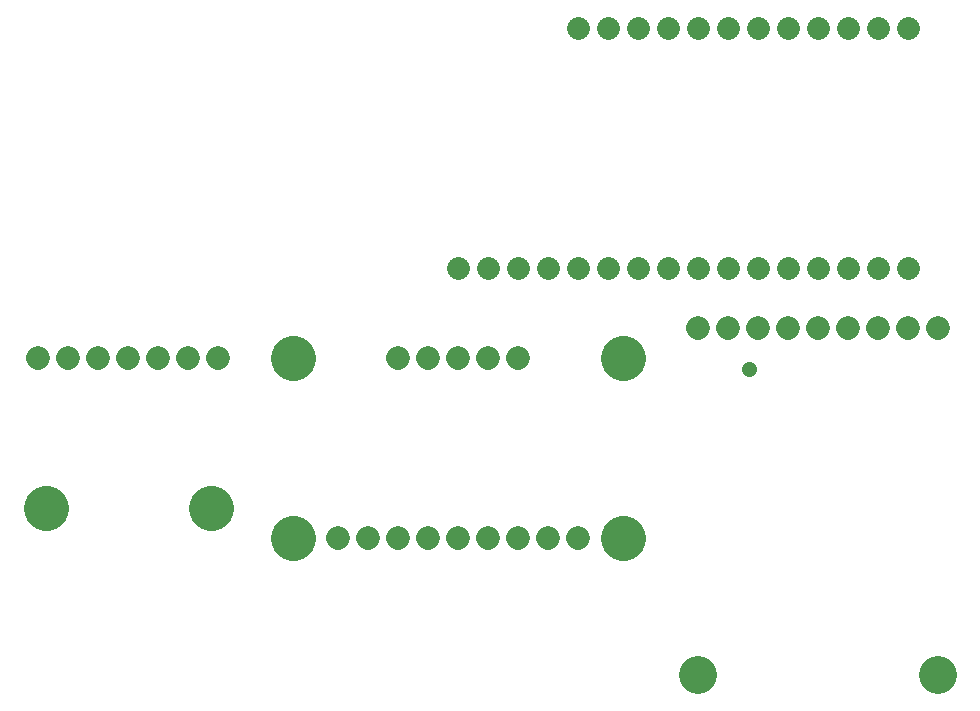
<source format=gbs>
G04 #@! TF.FileFunction,Soldermask,Bot*
%FSLAX46Y46*%
G04 Gerber Fmt 4.6, Leading zero omitted, Abs format (unit mm)*
G04 Created by KiCad (PCBNEW 4.0.7+dfsg1-1) date Thu Apr  5 08:31:14 2018*
%MOMM*%
%LPD*%
G01*
G04 APERTURE LIST*
%ADD10C,0.100000*%
%ADD11C,2.032000*%
%ADD12C,3.253990*%
%ADD13C,3.770000*%
%ADD14C,1.930400*%
%ADD15C,1.254000*%
G04 APERTURE END LIST*
D10*
D11*
X58140600Y32054800D02*
X58140600Y32054800D01*
X60680600Y32054800D02*
X60680600Y32054800D01*
X63220600Y32054800D02*
X63220600Y32054800D01*
X65760600Y32054800D02*
X65760600Y32054800D01*
X68300600Y32054800D02*
X68300600Y32054800D01*
X70840600Y32054800D02*
X70840600Y32054800D01*
X73380600Y32054800D02*
X73380600Y32054800D01*
X75920600Y32054800D02*
X75920600Y32054800D01*
X78460600Y32054800D02*
X78460600Y32054800D01*
D12*
X78460600Y2717800D02*
X78460600Y2717800D01*
X58140600Y2717800D02*
X58140600Y2717800D01*
D13*
X16865600Y16814800D02*
X16865600Y16814800D01*
D11*
X2260600Y29514800D02*
X2260600Y29514800D01*
X17500600Y29514800D02*
X17500600Y29514800D01*
X14960600Y29514800D02*
X14960600Y29514800D01*
D13*
X2895600Y16814800D02*
X2895600Y16814800D01*
D11*
X12420600Y29514800D02*
X12420600Y29514800D01*
X9880600Y29514800D02*
X9880600Y29514800D01*
X7340600Y29514800D02*
X7340600Y29514800D01*
X4800600Y29514800D02*
X4800600Y29514800D01*
X37820600Y14274800D02*
X37820600Y14274800D01*
D13*
X23850600Y29514800D02*
X23850600Y29514800D01*
D11*
X47980600Y14274800D02*
X47980600Y14274800D01*
X27660600Y14274800D02*
X27660600Y14274800D01*
X42900600Y14274800D02*
X42900600Y14274800D01*
X32740600Y14274800D02*
X32740600Y14274800D01*
D13*
X51790600Y14274800D02*
X51790600Y14274800D01*
D11*
X42900600Y29514800D02*
X42900600Y29514800D01*
X45440600Y14274800D02*
X45440600Y14274800D01*
X40360600Y14274800D02*
X40360600Y14274800D01*
X35280600Y14274800D02*
X35280600Y14274800D01*
X30200600Y14274800D02*
X30200600Y14274800D01*
D13*
X23850600Y14274800D02*
X23850600Y14274800D01*
X51790600Y29514800D02*
X51790600Y29514800D01*
D11*
X32740600Y29514800D02*
X32740600Y29514800D01*
X35280600Y29514800D02*
X35280600Y29514800D01*
X37820600Y29514800D02*
X37820600Y29514800D01*
X40360600Y29514800D02*
X40360600Y29514800D01*
D14*
X75920600Y37134800D02*
X75920600Y37134800D01*
X73380600Y37134800D02*
X73380600Y37134800D01*
X70840600Y37134800D02*
X70840600Y37134800D01*
X68300600Y37134800D02*
X68300600Y37134800D01*
X65760600Y37134800D02*
X65760600Y37134800D01*
X63220600Y37134800D02*
X63220600Y37134800D01*
X60680600Y37134800D02*
X60680600Y37134800D01*
X58140600Y37134800D02*
X58140600Y37134800D01*
X55600600Y37134800D02*
X55600600Y37134800D01*
X53060600Y37134800D02*
X53060600Y37134800D01*
X50520600Y37134800D02*
X50520600Y37134800D01*
X47980600Y37134800D02*
X47980600Y37134800D01*
X45440600Y37134800D02*
X45440600Y37134800D01*
X42900600Y37134800D02*
X42900600Y37134800D01*
X40360600Y37134800D02*
X40360600Y37134800D01*
X37820600Y37134800D02*
X37820600Y37134800D01*
X47980600Y57454800D02*
X47980600Y57454800D01*
X50520600Y57454800D02*
X50520600Y57454800D01*
X53060600Y57454800D02*
X53060600Y57454800D01*
X55600600Y57454800D02*
X55600600Y57454800D01*
X58140600Y57454800D02*
X58140600Y57454800D01*
X60680600Y57454800D02*
X60680600Y57454800D01*
X63220600Y57454800D02*
X63220600Y57454800D01*
X65760600Y57454800D02*
X65760600Y57454800D01*
X68300600Y57454800D02*
X68300600Y57454800D01*
X70840600Y57454800D02*
X70840600Y57454800D01*
X73380600Y57454800D02*
X73380600Y57454800D01*
X75920600Y57454800D02*
X75920600Y57454800D01*
D15*
X62484000Y28600400D02*
X62484000Y28600400D01*
D11*
X17500600Y29514800D02*
X17500600Y29514800D01*
M02*

</source>
